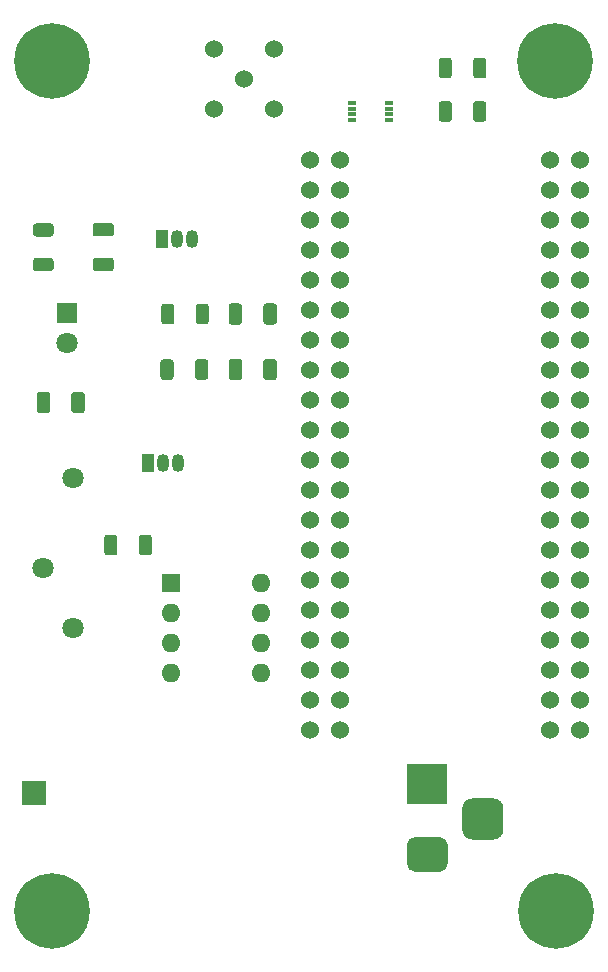
<source format=gbr>
%TF.GenerationSoftware,KiCad,Pcbnew,(5.1.10)-1*%
%TF.CreationDate,2021-08-06T14:13:42-04:00*%
%TF.ProjectId,LED_Pulser,4c45445f-5075-46c7-9365-722e6b696361,rev?*%
%TF.SameCoordinates,Original*%
%TF.FileFunction,Soldermask,Top*%
%TF.FilePolarity,Negative*%
%FSLAX46Y46*%
G04 Gerber Fmt 4.6, Leading zero omitted, Abs format (unit mm)*
G04 Created by KiCad (PCBNEW (5.1.10)-1) date 2021-08-06 14:13:42*
%MOMM*%
%LPD*%
G01*
G04 APERTURE LIST*
%ADD10C,1.800000*%
%ADD11C,6.400000*%
%ADD12R,3.500000X3.500000*%
%ADD13O,1.050000X1.500000*%
%ADD14R,1.050000X1.500000*%
%ADD15C,1.524000*%
%ADD16R,0.800000X0.300000*%
%ADD17O,1.600000X1.600000*%
%ADD18R,1.600000X1.600000*%
%ADD19R,2.000000X2.000000*%
%ADD20R,1.800000X1.800000*%
G04 APERTURE END LIST*
D10*
%TO.C,RV1*%
X165100000Y-137668000D03*
X162560000Y-132588000D03*
X165100000Y-124968000D03*
%TD*%
%TO.C,C2*%
G36*
G01*
X181191000Y-111775001D02*
X181191000Y-110474999D01*
G75*
G02*
X181440999Y-110225000I249999J0D01*
G01*
X182091001Y-110225000D01*
G75*
G02*
X182341000Y-110474999I0J-249999D01*
G01*
X182341000Y-111775001D01*
G75*
G02*
X182091001Y-112025000I-249999J0D01*
G01*
X181440999Y-112025000D01*
G75*
G02*
X181191000Y-111775001I0J249999D01*
G01*
G37*
G36*
G01*
X178241000Y-111775001D02*
X178241000Y-110474999D01*
G75*
G02*
X178490999Y-110225000I249999J0D01*
G01*
X179141001Y-110225000D01*
G75*
G02*
X179391000Y-110474999I0J-249999D01*
G01*
X179391000Y-111775001D01*
G75*
G02*
X179141001Y-112025000I-249999J0D01*
G01*
X178490999Y-112025000D01*
G75*
G02*
X178241000Y-111775001I0J249999D01*
G01*
G37*
%TD*%
D11*
%TO.C,H4*%
X163322000Y-161671000D03*
%TD*%
%TO.C,H3*%
X205994000Y-161671000D03*
%TD*%
%TO.C,H2*%
X205867000Y-89662000D03*
%TD*%
%TO.C,H1*%
X163322000Y-89662000D03*
%TD*%
D12*
%TO.C,J42*%
X195072000Y-150876000D03*
G36*
G01*
X196072000Y-158376000D02*
X194072000Y-158376000D01*
G75*
G02*
X193322000Y-157626000I0J750000D01*
G01*
X193322000Y-156126000D01*
G75*
G02*
X194072000Y-155376000I750000J0D01*
G01*
X196072000Y-155376000D01*
G75*
G02*
X196822000Y-156126000I0J-750000D01*
G01*
X196822000Y-157626000D01*
G75*
G02*
X196072000Y-158376000I-750000J0D01*
G01*
G37*
G36*
G01*
X200647000Y-155626000D02*
X198897000Y-155626000D01*
G75*
G02*
X198022000Y-154751000I0J875000D01*
G01*
X198022000Y-153001000D01*
G75*
G02*
X198897000Y-152126000I875000J0D01*
G01*
X200647000Y-152126000D01*
G75*
G02*
X201522000Y-153001000I0J-875000D01*
G01*
X201522000Y-154751000D01*
G75*
G02*
X200647000Y-155626000I-875000J0D01*
G01*
G37*
%TD*%
D13*
%TO.C,U1*%
X172720000Y-123698000D03*
X173990000Y-123698000D03*
D14*
X171450000Y-123698000D03*
%TD*%
D15*
%TO.C,J41*%
X185166000Y-128524000D03*
%TD*%
%TO.C,J40*%
X208026000Y-115824000D03*
%TD*%
%TO.C,J39*%
X185166000Y-141224000D03*
%TD*%
%TO.C,J38*%
X208026000Y-141224000D03*
%TD*%
%TO.C,J37*%
X208026000Y-136144000D03*
%TD*%
%TO.C,J36*%
X208026000Y-131064000D03*
%TD*%
%TO.C,J35*%
X208026000Y-125984000D03*
%TD*%
%TO.C,J34*%
X208026000Y-120904000D03*
%TD*%
%TO.C,J33*%
X208026000Y-110744000D03*
%TD*%
%TO.C,J32*%
X208026000Y-105664000D03*
%TD*%
%TO.C,J31*%
X208026000Y-100584000D03*
%TD*%
%TO.C,J30*%
X208026000Y-143764000D03*
%TD*%
%TO.C,J29*%
X208026000Y-138684000D03*
%TD*%
%TO.C,J28*%
X208026000Y-133604000D03*
%TD*%
%TO.C,J27*%
X208026000Y-123444000D03*
%TD*%
%TO.C,J26*%
X208026000Y-118364000D03*
%TD*%
%TO.C,J25*%
X208026000Y-113284000D03*
%TD*%
%TO.C,J24*%
X208026000Y-108204000D03*
%TD*%
%TO.C,J23*%
X208026000Y-98044000D03*
%TD*%
%TO.C,J22*%
X208026000Y-146304000D03*
%TD*%
%TO.C,J21*%
X185166000Y-98044000D03*
%TD*%
%TO.C,J20*%
X185166000Y-146304000D03*
%TD*%
%TO.C,J19*%
X185166000Y-136144000D03*
%TD*%
%TO.C,J18*%
X185166000Y-131064000D03*
%TD*%
%TO.C,J17*%
X185166000Y-125984000D03*
%TD*%
%TO.C,J16*%
X185166000Y-120904000D03*
%TD*%
%TO.C,J15*%
X185166000Y-110744000D03*
%TD*%
%TO.C,J14*%
X185166000Y-105664000D03*
%TD*%
%TO.C,J13*%
X185166000Y-143764000D03*
%TD*%
%TO.C,J12*%
X185166000Y-138684000D03*
%TD*%
%TO.C,J11*%
X185166000Y-133604000D03*
%TD*%
%TO.C,J10*%
X185166000Y-123444000D03*
%TD*%
%TO.C,J9*%
X185166000Y-118364000D03*
%TD*%
%TO.C,J8*%
X185166000Y-113284000D03*
%TD*%
%TO.C,J7*%
X185166000Y-108204000D03*
%TD*%
%TO.C,J6*%
X208026000Y-128524000D03*
%TD*%
%TO.C,J5*%
X208026000Y-103124000D03*
%TD*%
%TO.C,J4*%
X185166000Y-115824000D03*
%TD*%
%TO.C,J3*%
X185166000Y-103124000D03*
%TD*%
%TO.C,J2*%
X185166000Y-100584000D03*
%TD*%
%TO.C,U4*%
X187706000Y-98044000D03*
X187706000Y-100584000D03*
X187706000Y-103124000D03*
X187706000Y-105664000D03*
X187706000Y-108204000D03*
X187706000Y-110744000D03*
X187706000Y-113284000D03*
X187706000Y-115824000D03*
X187706000Y-136144000D03*
X187706000Y-133604000D03*
X187706000Y-120904000D03*
X187706000Y-118364000D03*
X187706000Y-125984000D03*
X187706000Y-128524000D03*
X187706000Y-123444000D03*
X187706000Y-131064000D03*
X187706000Y-146304000D03*
X187706000Y-141224000D03*
X187706000Y-143764000D03*
X187706000Y-138684000D03*
X205486000Y-98044000D03*
X205486000Y-128524000D03*
X205486000Y-125984000D03*
X205486000Y-136144000D03*
X205486000Y-100584000D03*
X205486000Y-133604000D03*
X205486000Y-146304000D03*
X205486000Y-115824000D03*
X205486000Y-141224000D03*
X205486000Y-120904000D03*
X205486000Y-143764000D03*
X205486000Y-138684000D03*
X205486000Y-123444000D03*
X205486000Y-105664000D03*
X205486000Y-108204000D03*
X205486000Y-103124000D03*
X205486000Y-118364000D03*
X205486000Y-113284000D03*
X205486000Y-110744000D03*
X205486000Y-131064000D03*
%TD*%
%TO.C,J1*%
X177038000Y-93726000D03*
X182118000Y-93726000D03*
X182118000Y-88646000D03*
X177038000Y-88646000D03*
X179578000Y-91186000D03*
%TD*%
D16*
%TO.C,U3*%
X191796000Y-94730000D03*
X191796000Y-94230000D03*
X191796000Y-93730000D03*
X191796000Y-93230000D03*
X188696000Y-93230000D03*
X188696000Y-93730000D03*
X188696000Y-94230000D03*
X188696000Y-94730000D03*
%TD*%
D17*
%TO.C,U2*%
X180975000Y-133858000D03*
X173355000Y-141478000D03*
X180975000Y-136398000D03*
X173355000Y-138938000D03*
X180975000Y-138938000D03*
X173355000Y-136398000D03*
X180975000Y-141478000D03*
D18*
X173355000Y-133858000D03*
%TD*%
D19*
%TO.C,TP1*%
X161798000Y-151638000D03*
%TD*%
%TO.C,R8*%
G36*
G01*
X198958500Y-90922001D02*
X198958500Y-89671999D01*
G75*
G02*
X199208499Y-89422000I249999J0D01*
G01*
X199833501Y-89422000D01*
G75*
G02*
X200083500Y-89671999I0J-249999D01*
G01*
X200083500Y-90922001D01*
G75*
G02*
X199833501Y-91172000I-249999J0D01*
G01*
X199208499Y-91172000D01*
G75*
G02*
X198958500Y-90922001I0J249999D01*
G01*
G37*
G36*
G01*
X196033500Y-90922001D02*
X196033500Y-89671999D01*
G75*
G02*
X196283499Y-89422000I249999J0D01*
G01*
X196908501Y-89422000D01*
G75*
G02*
X197158500Y-89671999I0J-249999D01*
G01*
X197158500Y-90922001D01*
G75*
G02*
X196908501Y-91172000I-249999J0D01*
G01*
X196283499Y-91172000D01*
G75*
G02*
X196033500Y-90922001I0J249999D01*
G01*
G37*
%TD*%
%TO.C,R7*%
G36*
G01*
X198958500Y-94605001D02*
X198958500Y-93354999D01*
G75*
G02*
X199208499Y-93105000I249999J0D01*
G01*
X199833501Y-93105000D01*
G75*
G02*
X200083500Y-93354999I0J-249999D01*
G01*
X200083500Y-94605001D01*
G75*
G02*
X199833501Y-94855000I-249999J0D01*
G01*
X199208499Y-94855000D01*
G75*
G02*
X198958500Y-94605001I0J249999D01*
G01*
G37*
G36*
G01*
X196033500Y-94605001D02*
X196033500Y-93354999D01*
G75*
G02*
X196283499Y-93105000I249999J0D01*
G01*
X196908501Y-93105000D01*
G75*
G02*
X197158500Y-93354999I0J-249999D01*
G01*
X197158500Y-94605001D01*
G75*
G02*
X196908501Y-94855000I-249999J0D01*
G01*
X196283499Y-94855000D01*
G75*
G02*
X196033500Y-94605001I0J249999D01*
G01*
G37*
%TD*%
%TO.C,R6*%
G36*
G01*
X173659500Y-110499999D02*
X173659500Y-111750001D01*
G75*
G02*
X173409501Y-112000000I-249999J0D01*
G01*
X172784499Y-112000000D01*
G75*
G02*
X172534500Y-111750001I0J249999D01*
G01*
X172534500Y-110499999D01*
G75*
G02*
X172784499Y-110250000I249999J0D01*
G01*
X173409501Y-110250000D01*
G75*
G02*
X173659500Y-110499999I0J-249999D01*
G01*
G37*
G36*
G01*
X176584500Y-110499999D02*
X176584500Y-111750001D01*
G75*
G02*
X176334501Y-112000000I-249999J0D01*
G01*
X175709499Y-112000000D01*
G75*
G02*
X175459500Y-111750001I0J249999D01*
G01*
X175459500Y-110499999D01*
G75*
G02*
X175709499Y-110250000I249999J0D01*
G01*
X176334501Y-110250000D01*
G75*
G02*
X176584500Y-110499999I0J-249999D01*
G01*
G37*
%TD*%
%TO.C,R5*%
G36*
G01*
X163185001Y-104571500D02*
X161934999Y-104571500D01*
G75*
G02*
X161685000Y-104321501I0J249999D01*
G01*
X161685000Y-103696499D01*
G75*
G02*
X161934999Y-103446500I249999J0D01*
G01*
X163185001Y-103446500D01*
G75*
G02*
X163435000Y-103696499I0J-249999D01*
G01*
X163435000Y-104321501D01*
G75*
G02*
X163185001Y-104571500I-249999J0D01*
G01*
G37*
G36*
G01*
X163185001Y-107496500D02*
X161934999Y-107496500D01*
G75*
G02*
X161685000Y-107246501I0J249999D01*
G01*
X161685000Y-106621499D01*
G75*
G02*
X161934999Y-106371500I249999J0D01*
G01*
X163185001Y-106371500D01*
G75*
G02*
X163435000Y-106621499I0J-249999D01*
G01*
X163435000Y-107246501D01*
G75*
G02*
X163185001Y-107496500I-249999J0D01*
G01*
G37*
%TD*%
%TO.C,R4*%
G36*
G01*
X170637500Y-131308001D02*
X170637500Y-130057999D01*
G75*
G02*
X170887499Y-129808000I249999J0D01*
G01*
X171512501Y-129808000D01*
G75*
G02*
X171762500Y-130057999I0J-249999D01*
G01*
X171762500Y-131308001D01*
G75*
G02*
X171512501Y-131558000I-249999J0D01*
G01*
X170887499Y-131558000D01*
G75*
G02*
X170637500Y-131308001I0J249999D01*
G01*
G37*
G36*
G01*
X167712500Y-131308001D02*
X167712500Y-130057999D01*
G75*
G02*
X167962499Y-129808000I249999J0D01*
G01*
X168587501Y-129808000D01*
G75*
G02*
X168837500Y-130057999I0J-249999D01*
G01*
X168837500Y-131308001D01*
G75*
G02*
X168587501Y-131558000I-249999J0D01*
G01*
X167962499Y-131558000D01*
G75*
G02*
X167712500Y-131308001I0J249999D01*
G01*
G37*
%TD*%
%TO.C,R3*%
G36*
G01*
X175398000Y-116449001D02*
X175398000Y-115198999D01*
G75*
G02*
X175647999Y-114949000I249999J0D01*
G01*
X176273001Y-114949000D01*
G75*
G02*
X176523000Y-115198999I0J-249999D01*
G01*
X176523000Y-116449001D01*
G75*
G02*
X176273001Y-116699000I-249999J0D01*
G01*
X175647999Y-116699000D01*
G75*
G02*
X175398000Y-116449001I0J249999D01*
G01*
G37*
G36*
G01*
X172473000Y-116449001D02*
X172473000Y-115198999D01*
G75*
G02*
X172722999Y-114949000I249999J0D01*
G01*
X173348001Y-114949000D01*
G75*
G02*
X173598000Y-115198999I0J-249999D01*
G01*
X173598000Y-116449001D01*
G75*
G02*
X173348001Y-116699000I-249999J0D01*
G01*
X172722999Y-116699000D01*
G75*
G02*
X172473000Y-116449001I0J249999D01*
G01*
G37*
%TD*%
D14*
%TO.C,Q1*%
X172593000Y-104775000D03*
D13*
X175133000Y-104775000D03*
X173863000Y-104775000D03*
%TD*%
D20*
%TO.C,D1*%
X164592000Y-110998000D03*
D10*
X164592000Y-113538000D03*
%TD*%
%TO.C,C4*%
G36*
G01*
X166989999Y-106359000D02*
X168290001Y-106359000D01*
G75*
G02*
X168540000Y-106608999I0J-249999D01*
G01*
X168540000Y-107259001D01*
G75*
G02*
X168290001Y-107509000I-249999J0D01*
G01*
X166989999Y-107509000D01*
G75*
G02*
X166740000Y-107259001I0J249999D01*
G01*
X166740000Y-106608999D01*
G75*
G02*
X166989999Y-106359000I249999J0D01*
G01*
G37*
G36*
G01*
X166989999Y-103409000D02*
X168290001Y-103409000D01*
G75*
G02*
X168540000Y-103658999I0J-249999D01*
G01*
X168540000Y-104309001D01*
G75*
G02*
X168290001Y-104559000I-249999J0D01*
G01*
X166989999Y-104559000D01*
G75*
G02*
X166740000Y-104309001I0J249999D01*
G01*
X166740000Y-103658999D01*
G75*
G02*
X166989999Y-103409000I249999J0D01*
G01*
G37*
%TD*%
%TO.C,C3*%
G36*
G01*
X163135000Y-117967999D02*
X163135000Y-119268001D01*
G75*
G02*
X162885001Y-119518000I-249999J0D01*
G01*
X162234999Y-119518000D01*
G75*
G02*
X161985000Y-119268001I0J249999D01*
G01*
X161985000Y-117967999D01*
G75*
G02*
X162234999Y-117718000I249999J0D01*
G01*
X162885001Y-117718000D01*
G75*
G02*
X163135000Y-117967999I0J-249999D01*
G01*
G37*
G36*
G01*
X166085000Y-117967999D02*
X166085000Y-119268001D01*
G75*
G02*
X165835001Y-119518000I-249999J0D01*
G01*
X165184999Y-119518000D01*
G75*
G02*
X164935000Y-119268001I0J249999D01*
G01*
X164935000Y-117967999D01*
G75*
G02*
X165184999Y-117718000I249999J0D01*
G01*
X165835001Y-117718000D01*
G75*
G02*
X166085000Y-117967999I0J-249999D01*
G01*
G37*
%TD*%
%TO.C,C1*%
G36*
G01*
X181191000Y-116474001D02*
X181191000Y-115173999D01*
G75*
G02*
X181440999Y-114924000I249999J0D01*
G01*
X182091001Y-114924000D01*
G75*
G02*
X182341000Y-115173999I0J-249999D01*
G01*
X182341000Y-116474001D01*
G75*
G02*
X182091001Y-116724000I-249999J0D01*
G01*
X181440999Y-116724000D01*
G75*
G02*
X181191000Y-116474001I0J249999D01*
G01*
G37*
G36*
G01*
X178241000Y-116474001D02*
X178241000Y-115173999D01*
G75*
G02*
X178490999Y-114924000I249999J0D01*
G01*
X179141001Y-114924000D01*
G75*
G02*
X179391000Y-115173999I0J-249999D01*
G01*
X179391000Y-116474001D01*
G75*
G02*
X179141001Y-116724000I-249999J0D01*
G01*
X178490999Y-116724000D01*
G75*
G02*
X178241000Y-116474001I0J249999D01*
G01*
G37*
%TD*%
M02*

</source>
